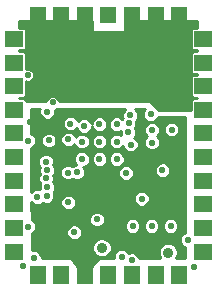
<source format=gbr>
%FSLAX46Y46*%
G04 Gerber Fmt 4.6, Leading zero omitted, Abs format (unit mm)*
G04 Created by KiCad (PCBNEW (2014-jul-16 BZR unknown)-product) date Wed 11 Feb 2015 12:50:59 PM CET*
%MOMM*%
G01*
G04 APERTURE LIST*
%ADD10C,0.150000*%
%ADD11R,1.500000X1.400000*%
%ADD12R,1.400000X1.500000*%
%ADD13R,1.400000X1.400000*%
%ADD14C,0.558800*%
%ADD15C,0.876300*%
%ADD16C,0.508000*%
%ADD17C,0.254000*%
%ADD18C,0.228600*%
G04 APERTURE END LIST*
D10*
D11*
X156184600Y-103777400D03*
X156184600Y-105777400D03*
X156184600Y-107777400D03*
X156184600Y-109777400D03*
X156184600Y-111777400D03*
X156184600Y-113777400D03*
X156184600Y-115777400D03*
X156184600Y-117777400D03*
X156184600Y-119777400D03*
X156184600Y-121777400D03*
X172180000Y-103781400D03*
X172180000Y-105781400D03*
X172180000Y-107781400D03*
X172180000Y-109781400D03*
X172180000Y-111781400D03*
X172180000Y-113781400D03*
X172180000Y-115781400D03*
X172180000Y-117781400D03*
X172180000Y-119781400D03*
X172180000Y-121781400D03*
D12*
X158181400Y-123780000D03*
X160181400Y-123780000D03*
X162181400Y-123780000D03*
X164181400Y-123780000D03*
X166181400Y-123780000D03*
X168181400Y-123780000D03*
X170181400Y-123780000D03*
D13*
X158181400Y-101780000D03*
X160181400Y-101780000D03*
X162181400Y-101780000D03*
X164181400Y-101780000D03*
X166181400Y-101780000D03*
X168181400Y-101780000D03*
X170181400Y-101780000D03*
D14*
X160770000Y-112280000D03*
X165300000Y-122220000D03*
X167000000Y-117310000D03*
X165670000Y-115120000D03*
X158950000Y-117070000D03*
X159010000Y-116340000D03*
X158910000Y-115590000D03*
X159000000Y-114880000D03*
X158890000Y-114180000D03*
X159000000Y-109940000D03*
X166020000Y-110230000D03*
X167750000Y-110150000D03*
X159470000Y-109150000D03*
X165880000Y-110920000D03*
X165870000Y-111680000D03*
X157340000Y-106840000D03*
X167870000Y-111480000D03*
X166070000Y-112720000D03*
X167860000Y-112560000D03*
X160950000Y-110950000D03*
D15*
X163620000Y-121460000D03*
D14*
X163210000Y-119050000D03*
X157860000Y-122320000D03*
X159140000Y-108440000D03*
X157380000Y-107980000D03*
X158170000Y-117150000D03*
X157360000Y-119660000D03*
X166150000Y-122510000D03*
X156920000Y-102530000D03*
X171440000Y-102500000D03*
X170900000Y-120790000D03*
X171430000Y-123050000D03*
X156940000Y-123040000D03*
X157400000Y-112390000D03*
D15*
X158950000Y-105738100D03*
X160430000Y-105740700D03*
D14*
X169260000Y-107040000D03*
X169470000Y-108580000D03*
D15*
X167040000Y-104890000D03*
D14*
X169360000Y-105340000D03*
X166230000Y-119619300D03*
X167830000Y-119619300D03*
X169440000Y-119619300D03*
X168740000Y-114890000D03*
X169530000Y-111460000D03*
X165540000Y-105760000D03*
X166380000Y-106460000D03*
X165550000Y-106450000D03*
X166380000Y-105790000D03*
D15*
X163890000Y-106450240D03*
D14*
X161400000Y-106430000D03*
X162280000Y-106440000D03*
X161931720Y-112470000D03*
X163410000Y-112470000D03*
X164888280Y-112470000D03*
X164888280Y-113948280D03*
X163410000Y-113948280D03*
X161931720Y-113948280D03*
X163410000Y-110991720D03*
X164888280Y-110991720D03*
X162110000Y-111140000D03*
D15*
X170180000Y-103770000D03*
X168180000Y-103760000D03*
X166180000Y-103770000D03*
X158180000Y-103770000D03*
X160180000Y-103770000D03*
X162190000Y-103770000D03*
X164820000Y-104900000D03*
X169240000Y-121860000D03*
D14*
X159150000Y-112370000D03*
X157500000Y-110850000D03*
X157970000Y-120610000D03*
X166950000Y-122210000D03*
X167830000Y-118120700D03*
X169440000Y-118120700D03*
X168670700Y-111580000D03*
X160760000Y-115090000D03*
X160770000Y-117610000D03*
X161520000Y-115080000D03*
X161280000Y-120140000D03*
D16*
X157500000Y-110850000D02*
X159520000Y-110850000D01*
X159930000Y-120420000D02*
X159740000Y-120610000D01*
X159930000Y-111260000D02*
X159930000Y-120420000D01*
X159520000Y-110850000D02*
X159930000Y-111260000D01*
X157970000Y-120610000D02*
X159740000Y-120610000D01*
X159740000Y-120610000D02*
X160040000Y-120610000D01*
X160040000Y-120610000D02*
X160620000Y-121190000D01*
X160620000Y-121190000D02*
X161760000Y-121190000D01*
X161760000Y-121190000D02*
X162181400Y-121611400D01*
X162181400Y-121611400D02*
X162181400Y-123780000D01*
D17*
G36*
X170682896Y-110407000D02*
X170674874Y-120168466D01*
X170526402Y-120229814D01*
X170340467Y-120415425D01*
X170239715Y-120658062D01*
X170239486Y-120920785D01*
X170339814Y-121163598D01*
X170525425Y-121349533D01*
X170673853Y-121411166D01*
X170673104Y-122323172D01*
X170190514Y-122323827D01*
X170190514Y-111329215D01*
X170090186Y-111086402D01*
X169904575Y-110900467D01*
X169661938Y-110799715D01*
X169399215Y-110799486D01*
X169156402Y-110899814D01*
X168970467Y-111085425D01*
X168869715Y-111328062D01*
X168869486Y-111590785D01*
X168969814Y-111833598D01*
X169155425Y-112019533D01*
X169398062Y-112120285D01*
X169660785Y-112120514D01*
X169903598Y-112020186D01*
X170089533Y-111834575D01*
X170190285Y-111591938D01*
X170190514Y-111329215D01*
X170190514Y-122323827D01*
X170100514Y-122323949D01*
X170100514Y-119488515D01*
X170000186Y-119245702D01*
X169814575Y-119059767D01*
X169571938Y-118959015D01*
X169400514Y-118958865D01*
X169400514Y-114759215D01*
X169300186Y-114516402D01*
X169114575Y-114330467D01*
X168871938Y-114229715D01*
X168609215Y-114229486D01*
X168530514Y-114262004D01*
X168530514Y-111349215D01*
X168430186Y-111106402D01*
X168244575Y-110920467D01*
X168001938Y-110819715D01*
X167739215Y-110819486D01*
X167496402Y-110919814D01*
X167310467Y-111105425D01*
X167209715Y-111348062D01*
X167209486Y-111610785D01*
X167309814Y-111853598D01*
X167471061Y-112015127D01*
X167300467Y-112185425D01*
X167199715Y-112428062D01*
X167199486Y-112690785D01*
X167299814Y-112933598D01*
X167485425Y-113119533D01*
X167728062Y-113220285D01*
X167990785Y-113220514D01*
X168233598Y-113120186D01*
X168419533Y-112934575D01*
X168520285Y-112691938D01*
X168520514Y-112429215D01*
X168420186Y-112186402D01*
X168258938Y-112024872D01*
X168429533Y-111854575D01*
X168530285Y-111611938D01*
X168530514Y-111349215D01*
X168530514Y-114262004D01*
X168366402Y-114329814D01*
X168180467Y-114515425D01*
X168079715Y-114758062D01*
X168079486Y-115020785D01*
X168179814Y-115263598D01*
X168365425Y-115449533D01*
X168608062Y-115550285D01*
X168870785Y-115550514D01*
X169113598Y-115450186D01*
X169299533Y-115264575D01*
X169400285Y-115021938D01*
X169400514Y-114759215D01*
X169400514Y-118958865D01*
X169309215Y-118958786D01*
X169066402Y-119059114D01*
X168880467Y-119244725D01*
X168779715Y-119487362D01*
X168779486Y-119750085D01*
X168879814Y-119992898D01*
X169065425Y-120178833D01*
X169308062Y-120279585D01*
X169570785Y-120279814D01*
X169813598Y-120179486D01*
X169999533Y-119993875D01*
X170100285Y-119751238D01*
X170100514Y-119488515D01*
X170100514Y-122323949D01*
X169934220Y-122324175D01*
X170059007Y-122023654D01*
X170059292Y-121697776D01*
X169934846Y-121396595D01*
X169704617Y-121165963D01*
X169403654Y-121040993D01*
X169077776Y-121040708D01*
X168776595Y-121165154D01*
X168545963Y-121395383D01*
X168490514Y-121528919D01*
X168490514Y-119488515D01*
X168390186Y-119245702D01*
X168204575Y-119059767D01*
X167961938Y-118959015D01*
X167699215Y-118958786D01*
X167660514Y-118974776D01*
X167660514Y-117179215D01*
X167560186Y-116936402D01*
X167374575Y-116750467D01*
X167131938Y-116649715D01*
X166869215Y-116649486D01*
X166626402Y-116749814D01*
X166440467Y-116935425D01*
X166339715Y-117178062D01*
X166339486Y-117440785D01*
X166439814Y-117683598D01*
X166625425Y-117869533D01*
X166868062Y-117970285D01*
X167130785Y-117970514D01*
X167373598Y-117870186D01*
X167559533Y-117684575D01*
X167660285Y-117441938D01*
X167660514Y-117179215D01*
X167660514Y-118974776D01*
X167456402Y-119059114D01*
X167270467Y-119244725D01*
X167169715Y-119487362D01*
X167169486Y-119750085D01*
X167269814Y-119992898D01*
X167455425Y-120178833D01*
X167698062Y-120279585D01*
X167960785Y-120279814D01*
X168203598Y-120179486D01*
X168389533Y-119993875D01*
X168490285Y-119751238D01*
X168490514Y-119488515D01*
X168490514Y-121528919D01*
X168420993Y-121696346D01*
X168420708Y-122022224D01*
X168545154Y-122323405D01*
X168547804Y-122326059D01*
X166890514Y-122328310D01*
X166890514Y-119488515D01*
X166790186Y-119245702D01*
X166604575Y-119059767D01*
X166361938Y-118959015D01*
X166330514Y-118958987D01*
X166330514Y-114989215D01*
X166230186Y-114746402D01*
X166044575Y-114560467D01*
X165801938Y-114459715D01*
X165548794Y-114459494D01*
X165548794Y-113817495D01*
X165448466Y-113574682D01*
X165262855Y-113388747D01*
X165020218Y-113287995D01*
X164757495Y-113287766D01*
X164514682Y-113388094D01*
X164328747Y-113573705D01*
X164227995Y-113816342D01*
X164227766Y-114079065D01*
X164328094Y-114321878D01*
X164513705Y-114507813D01*
X164756342Y-114608565D01*
X165019065Y-114608794D01*
X165261878Y-114508466D01*
X165447813Y-114322855D01*
X165548565Y-114080218D01*
X165548794Y-113817495D01*
X165548794Y-114459494D01*
X165539215Y-114459486D01*
X165296402Y-114559814D01*
X165110467Y-114745425D01*
X165009715Y-114988062D01*
X165009486Y-115250785D01*
X165109814Y-115493598D01*
X165295425Y-115679533D01*
X165538062Y-115780285D01*
X165800785Y-115780514D01*
X166043598Y-115680186D01*
X166229533Y-115494575D01*
X166330285Y-115251938D01*
X166330514Y-114989215D01*
X166330514Y-118958987D01*
X166099215Y-118958786D01*
X165856402Y-119059114D01*
X165670467Y-119244725D01*
X165569715Y-119487362D01*
X165569486Y-119750085D01*
X165669814Y-119992898D01*
X165855425Y-120178833D01*
X166098062Y-120279585D01*
X166360785Y-120279814D01*
X166603598Y-120179486D01*
X166789533Y-119993875D01*
X166890285Y-119751238D01*
X166890514Y-119488515D01*
X166890514Y-122328310D01*
X166789537Y-122328448D01*
X166710186Y-122136402D01*
X166524575Y-121950467D01*
X166281938Y-121849715D01*
X166019215Y-121849486D01*
X165884465Y-121905163D01*
X165860186Y-121846402D01*
X165674575Y-121660467D01*
X165431938Y-121559715D01*
X165169215Y-121559486D01*
X164926402Y-121659814D01*
X164740467Y-121845425D01*
X164639715Y-122088062D01*
X164639502Y-122331369D01*
X164439292Y-122331641D01*
X164439292Y-121297776D01*
X164314846Y-120996595D01*
X164084617Y-120765963D01*
X164070514Y-120760106D01*
X164070514Y-113817495D01*
X164070514Y-112339215D01*
X164070514Y-110860935D01*
X163970186Y-110618122D01*
X163784575Y-110432187D01*
X163541938Y-110331435D01*
X163279215Y-110331206D01*
X163036402Y-110431534D01*
X162850467Y-110617145D01*
X162749715Y-110859782D01*
X162749628Y-110958668D01*
X162670186Y-110766402D01*
X162484575Y-110580467D01*
X162241938Y-110479715D01*
X161979215Y-110479486D01*
X161736402Y-110579814D01*
X161577243Y-110738694D01*
X161510186Y-110576402D01*
X161324575Y-110390467D01*
X161081938Y-110289715D01*
X160819215Y-110289486D01*
X160576402Y-110389814D01*
X160390467Y-110575425D01*
X160289715Y-110818062D01*
X160289486Y-111080785D01*
X160389814Y-111323598D01*
X160575425Y-111509533D01*
X160818062Y-111610285D01*
X161080785Y-111610514D01*
X161323598Y-111510186D01*
X161482756Y-111351305D01*
X161549814Y-111513598D01*
X161735425Y-111699533D01*
X161978062Y-111800285D01*
X162240785Y-111800514D01*
X162483598Y-111700186D01*
X162669533Y-111514575D01*
X162770285Y-111271938D01*
X162770371Y-111173051D01*
X162849814Y-111365318D01*
X163035425Y-111551253D01*
X163278062Y-111652005D01*
X163540785Y-111652234D01*
X163783598Y-111551906D01*
X163969533Y-111366295D01*
X164070285Y-111123658D01*
X164070514Y-110860935D01*
X164070514Y-112339215D01*
X163970186Y-112096402D01*
X163784575Y-111910467D01*
X163541938Y-111809715D01*
X163279215Y-111809486D01*
X163036402Y-111909814D01*
X162850467Y-112095425D01*
X162749715Y-112338062D01*
X162749486Y-112600785D01*
X162849814Y-112843598D01*
X163035425Y-113029533D01*
X163278062Y-113130285D01*
X163540785Y-113130514D01*
X163783598Y-113030186D01*
X163969533Y-112844575D01*
X164070285Y-112601938D01*
X164070514Y-112339215D01*
X164070514Y-113817495D01*
X163970186Y-113574682D01*
X163784575Y-113388747D01*
X163541938Y-113287995D01*
X163279215Y-113287766D01*
X163036402Y-113388094D01*
X162850467Y-113573705D01*
X162749715Y-113816342D01*
X162749486Y-114079065D01*
X162849814Y-114321878D01*
X163035425Y-114507813D01*
X163278062Y-114608565D01*
X163540785Y-114608794D01*
X163783598Y-114508466D01*
X163969533Y-114322855D01*
X164070285Y-114080218D01*
X164070514Y-113817495D01*
X164070514Y-120760106D01*
X163870514Y-120677060D01*
X163870514Y-118919215D01*
X163770186Y-118676402D01*
X163584575Y-118490467D01*
X163341938Y-118389715D01*
X163079215Y-118389486D01*
X162836402Y-118489814D01*
X162650467Y-118675425D01*
X162592234Y-118815665D01*
X162592234Y-113817495D01*
X162592234Y-112339215D01*
X162491906Y-112096402D01*
X162306295Y-111910467D01*
X162063658Y-111809715D01*
X161800935Y-111809486D01*
X161558122Y-111909814D01*
X161397746Y-112069910D01*
X161330186Y-111906402D01*
X161144575Y-111720467D01*
X160901938Y-111619715D01*
X160639215Y-111619486D01*
X160396402Y-111719814D01*
X160210467Y-111905425D01*
X160109715Y-112148062D01*
X160109486Y-112410785D01*
X160209814Y-112653598D01*
X160395425Y-112839533D01*
X160638062Y-112940285D01*
X160900785Y-112940514D01*
X161143598Y-112840186D01*
X161303973Y-112680089D01*
X161371534Y-112843598D01*
X161557145Y-113029533D01*
X161799782Y-113130285D01*
X162062505Y-113130514D01*
X162305318Y-113030186D01*
X162491253Y-112844575D01*
X162592005Y-112601938D01*
X162592234Y-112339215D01*
X162592234Y-113817495D01*
X162491906Y-113574682D01*
X162306295Y-113388747D01*
X162063658Y-113287995D01*
X161800935Y-113287766D01*
X161558122Y-113388094D01*
X161372187Y-113573705D01*
X161271435Y-113816342D01*
X161271206Y-114079065D01*
X161371534Y-114321878D01*
X161469041Y-114419555D01*
X161389215Y-114419486D01*
X161146402Y-114519814D01*
X161135151Y-114531044D01*
X161134575Y-114530467D01*
X160891938Y-114429715D01*
X160629215Y-114429486D01*
X160386402Y-114529814D01*
X160200467Y-114715425D01*
X160099715Y-114958062D01*
X160099486Y-115220785D01*
X160199814Y-115463598D01*
X160385425Y-115649533D01*
X160628062Y-115750285D01*
X160890785Y-115750514D01*
X161133598Y-115650186D01*
X161144848Y-115638955D01*
X161145425Y-115639533D01*
X161388062Y-115740285D01*
X161650785Y-115740514D01*
X161893598Y-115640186D01*
X162079533Y-115454575D01*
X162180285Y-115211938D01*
X162180514Y-114949215D01*
X162080186Y-114706402D01*
X161982678Y-114608724D01*
X162062505Y-114608794D01*
X162305318Y-114508466D01*
X162491253Y-114322855D01*
X162592005Y-114080218D01*
X162592234Y-113817495D01*
X162592234Y-118815665D01*
X162549715Y-118918062D01*
X162549486Y-119180785D01*
X162649814Y-119423598D01*
X162835425Y-119609533D01*
X163078062Y-119710285D01*
X163340785Y-119710514D01*
X163583598Y-119610186D01*
X163769533Y-119424575D01*
X163870285Y-119181938D01*
X163870514Y-118919215D01*
X163870514Y-120677060D01*
X163783654Y-120640993D01*
X163457776Y-120640708D01*
X163156595Y-120765154D01*
X162925963Y-120995383D01*
X162800993Y-121296346D01*
X162800708Y-121622224D01*
X162925154Y-121923405D01*
X163155383Y-122154037D01*
X163456346Y-122279007D01*
X163782224Y-122279292D01*
X164083405Y-122154846D01*
X164314037Y-121924617D01*
X164439007Y-121623654D01*
X164439292Y-121297776D01*
X164439292Y-122331641D01*
X163380117Y-122333081D01*
X162810184Y-123023000D01*
X161940514Y-123023000D01*
X161940514Y-120009215D01*
X161840186Y-119766402D01*
X161654575Y-119580467D01*
X161430514Y-119487428D01*
X161430514Y-117479215D01*
X161330186Y-117236402D01*
X161144575Y-117050467D01*
X160901938Y-116949715D01*
X160639215Y-116949486D01*
X160396402Y-117049814D01*
X160210467Y-117235425D01*
X160109715Y-117478062D01*
X160109486Y-117740785D01*
X160209814Y-117983598D01*
X160395425Y-118169533D01*
X160638062Y-118270285D01*
X160900785Y-118270514D01*
X161143598Y-118170186D01*
X161329533Y-117984575D01*
X161430285Y-117741938D01*
X161430514Y-117479215D01*
X161430514Y-119487428D01*
X161411938Y-119479715D01*
X161149215Y-119479486D01*
X160906402Y-119579814D01*
X160720467Y-119765425D01*
X160619715Y-120008062D01*
X160619486Y-120270785D01*
X160719814Y-120513598D01*
X160905425Y-120699533D01*
X161148062Y-120800285D01*
X161410785Y-120800514D01*
X161653598Y-120700186D01*
X161839533Y-120514575D01*
X161940285Y-120271938D01*
X161940514Y-120009215D01*
X161940514Y-123023000D01*
X161551469Y-123023000D01*
X161021753Y-122353359D01*
X159810514Y-122346275D01*
X159810514Y-112239215D01*
X159710186Y-111996402D01*
X159524575Y-111810467D01*
X159281938Y-111709715D01*
X159019215Y-111709486D01*
X158776402Y-111809814D01*
X158590467Y-111995425D01*
X158489715Y-112238062D01*
X158489486Y-112500785D01*
X158589814Y-112743598D01*
X158775425Y-112929533D01*
X159018062Y-113030285D01*
X159280785Y-113030514D01*
X159523598Y-112930186D01*
X159709533Y-112744575D01*
X159810285Y-112501938D01*
X159810514Y-112239215D01*
X159810514Y-122346275D01*
X158520383Y-122338731D01*
X158520514Y-122189215D01*
X158420186Y-121946402D01*
X158234575Y-121760467D01*
X157991938Y-121659715D01*
X157729215Y-121659486D01*
X157666398Y-121685441D01*
X157665283Y-120248413D01*
X157733598Y-120220186D01*
X157919533Y-120034575D01*
X158020285Y-119791938D01*
X158020514Y-119529215D01*
X157920186Y-119286402D01*
X157734575Y-119100467D01*
X157664369Y-119071314D01*
X157663209Y-117577086D01*
X157795425Y-117709533D01*
X158038062Y-117810285D01*
X158300785Y-117810514D01*
X158543598Y-117710186D01*
X158610006Y-117643892D01*
X158818062Y-117730285D01*
X159080785Y-117730514D01*
X159323598Y-117630186D01*
X159509533Y-117444575D01*
X159610285Y-117201938D01*
X159610514Y-116939215D01*
X159532832Y-116751211D01*
X159569533Y-116714575D01*
X159670285Y-116471938D01*
X159670514Y-116209215D01*
X159570186Y-115966402D01*
X159498565Y-115894656D01*
X159570285Y-115721938D01*
X159570514Y-115459215D01*
X159507443Y-115306573D01*
X159559533Y-115254575D01*
X159660285Y-115011938D01*
X159660514Y-114749215D01*
X159560186Y-114506402D01*
X159496166Y-114442270D01*
X159550285Y-114311938D01*
X159550514Y-114049215D01*
X159450186Y-113806402D01*
X159264575Y-113620467D01*
X159021938Y-113519715D01*
X158759215Y-113519486D01*
X158516402Y-113619814D01*
X158330467Y-113805425D01*
X158229715Y-114048062D01*
X158229486Y-114310785D01*
X158329814Y-114553598D01*
X158393833Y-114617729D01*
X158339715Y-114748062D01*
X158339486Y-115010785D01*
X158402556Y-115163426D01*
X158350467Y-115215425D01*
X158249715Y-115458062D01*
X158249486Y-115720785D01*
X158349814Y-115963598D01*
X158421434Y-116035343D01*
X158349715Y-116208062D01*
X158349486Y-116470785D01*
X158368775Y-116517468D01*
X158301938Y-116489715D01*
X158039215Y-116489486D01*
X157796402Y-116589814D01*
X157662546Y-116723436D01*
X157659653Y-112997266D01*
X157773598Y-112950186D01*
X157959533Y-112764575D01*
X158060285Y-112521938D01*
X158060514Y-112259215D01*
X157960186Y-112016402D01*
X157774575Y-111830467D01*
X157658710Y-111782355D01*
X157657099Y-109706874D01*
X158382030Y-109706155D01*
X158339715Y-109808062D01*
X158339486Y-110070785D01*
X158439814Y-110313598D01*
X158625425Y-110499533D01*
X158868062Y-110600285D01*
X159130785Y-110600514D01*
X159373598Y-110500186D01*
X159559533Y-110314575D01*
X159660285Y-110071938D01*
X159660514Y-109809215D01*
X159652262Y-109789244D01*
X159843598Y-109710186D01*
X159849091Y-109704701D01*
X165617179Y-109698985D01*
X165460467Y-109855425D01*
X165359715Y-110098062D01*
X165359486Y-110360785D01*
X165402104Y-110463929D01*
X165348229Y-110517710D01*
X165262855Y-110432187D01*
X165020218Y-110331435D01*
X164757495Y-110331206D01*
X164514682Y-110431534D01*
X164328747Y-110617145D01*
X164227995Y-110859782D01*
X164227766Y-111122505D01*
X164328094Y-111365318D01*
X164513705Y-111551253D01*
X164756342Y-111652005D01*
X165019065Y-111652234D01*
X165209692Y-111573468D01*
X165209486Y-111810785D01*
X165248150Y-111904361D01*
X165020218Y-111809715D01*
X164757495Y-111809486D01*
X164514682Y-111909814D01*
X164328747Y-112095425D01*
X164227995Y-112338062D01*
X164227766Y-112600785D01*
X164328094Y-112843598D01*
X164513705Y-113029533D01*
X164756342Y-113130285D01*
X165019065Y-113130514D01*
X165261878Y-113030186D01*
X165418861Y-112873475D01*
X165509814Y-113093598D01*
X165695425Y-113279533D01*
X165938062Y-113380285D01*
X166200785Y-113380514D01*
X166443598Y-113280186D01*
X166629533Y-113094575D01*
X166730285Y-112851938D01*
X166730514Y-112589215D01*
X166630186Y-112346402D01*
X166444575Y-112160467D01*
X166359036Y-112124948D01*
X166429533Y-112054575D01*
X166530285Y-111811938D01*
X166530514Y-111549215D01*
X166430186Y-111306402D01*
X166428937Y-111305151D01*
X166439533Y-111294575D01*
X166540285Y-111051938D01*
X166540514Y-110789215D01*
X166497895Y-110686070D01*
X166579533Y-110604575D01*
X166680285Y-110361938D01*
X166680514Y-110099215D01*
X166580186Y-109856402D01*
X166422247Y-109698187D01*
X167268679Y-109697348D01*
X167190467Y-109775425D01*
X167089715Y-110018062D01*
X167089486Y-110280785D01*
X167189814Y-110523598D01*
X167375425Y-110709533D01*
X167618062Y-110810285D01*
X167880785Y-110810514D01*
X168123598Y-110710186D01*
X168309533Y-110524575D01*
X168358354Y-110407000D01*
X170682896Y-110407000D01*
X170682896Y-110407000D01*
G37*
X170682896Y-110407000D02*
X170674874Y-120168466D01*
X170526402Y-120229814D01*
X170340467Y-120415425D01*
X170239715Y-120658062D01*
X170239486Y-120920785D01*
X170339814Y-121163598D01*
X170525425Y-121349533D01*
X170673853Y-121411166D01*
X170673104Y-122323172D01*
X170190514Y-122323827D01*
X170190514Y-111329215D01*
X170090186Y-111086402D01*
X169904575Y-110900467D01*
X169661938Y-110799715D01*
X169399215Y-110799486D01*
X169156402Y-110899814D01*
X168970467Y-111085425D01*
X168869715Y-111328062D01*
X168869486Y-111590785D01*
X168969814Y-111833598D01*
X169155425Y-112019533D01*
X169398062Y-112120285D01*
X169660785Y-112120514D01*
X169903598Y-112020186D01*
X170089533Y-111834575D01*
X170190285Y-111591938D01*
X170190514Y-111329215D01*
X170190514Y-122323827D01*
X170100514Y-122323949D01*
X170100514Y-119488515D01*
X170000186Y-119245702D01*
X169814575Y-119059767D01*
X169571938Y-118959015D01*
X169400514Y-118958865D01*
X169400514Y-114759215D01*
X169300186Y-114516402D01*
X169114575Y-114330467D01*
X168871938Y-114229715D01*
X168609215Y-114229486D01*
X168530514Y-114262004D01*
X168530514Y-111349215D01*
X168430186Y-111106402D01*
X168244575Y-110920467D01*
X168001938Y-110819715D01*
X167739215Y-110819486D01*
X167496402Y-110919814D01*
X167310467Y-111105425D01*
X167209715Y-111348062D01*
X167209486Y-111610785D01*
X167309814Y-111853598D01*
X167471061Y-112015127D01*
X167300467Y-112185425D01*
X167199715Y-112428062D01*
X167199486Y-112690785D01*
X167299814Y-112933598D01*
X167485425Y-113119533D01*
X167728062Y-113220285D01*
X167990785Y-113220514D01*
X168233598Y-113120186D01*
X168419533Y-112934575D01*
X168520285Y-112691938D01*
X168520514Y-112429215D01*
X168420186Y-112186402D01*
X168258938Y-112024872D01*
X168429533Y-111854575D01*
X168530285Y-111611938D01*
X168530514Y-111349215D01*
X168530514Y-114262004D01*
X168366402Y-114329814D01*
X168180467Y-114515425D01*
X168079715Y-114758062D01*
X168079486Y-115020785D01*
X168179814Y-115263598D01*
X168365425Y-115449533D01*
X168608062Y-115550285D01*
X168870785Y-115550514D01*
X169113598Y-115450186D01*
X169299533Y-115264575D01*
X169400285Y-115021938D01*
X169400514Y-114759215D01*
X169400514Y-118958865D01*
X169309215Y-118958786D01*
X169066402Y-119059114D01*
X168880467Y-119244725D01*
X168779715Y-119487362D01*
X168779486Y-119750085D01*
X168879814Y-119992898D01*
X169065425Y-120178833D01*
X169308062Y-120279585D01*
X169570785Y-120279814D01*
X169813598Y-120179486D01*
X169999533Y-119993875D01*
X170100285Y-119751238D01*
X170100514Y-119488515D01*
X170100514Y-122323949D01*
X169934220Y-122324175D01*
X170059007Y-122023654D01*
X170059292Y-121697776D01*
X169934846Y-121396595D01*
X169704617Y-121165963D01*
X169403654Y-121040993D01*
X169077776Y-121040708D01*
X168776595Y-121165154D01*
X168545963Y-121395383D01*
X168490514Y-121528919D01*
X168490514Y-119488515D01*
X168390186Y-119245702D01*
X168204575Y-119059767D01*
X167961938Y-118959015D01*
X167699215Y-118958786D01*
X167660514Y-118974776D01*
X167660514Y-117179215D01*
X167560186Y-116936402D01*
X167374575Y-116750467D01*
X167131938Y-116649715D01*
X166869215Y-116649486D01*
X166626402Y-116749814D01*
X166440467Y-116935425D01*
X166339715Y-117178062D01*
X166339486Y-117440785D01*
X166439814Y-117683598D01*
X166625425Y-117869533D01*
X166868062Y-117970285D01*
X167130785Y-117970514D01*
X167373598Y-117870186D01*
X167559533Y-117684575D01*
X167660285Y-117441938D01*
X167660514Y-117179215D01*
X167660514Y-118974776D01*
X167456402Y-119059114D01*
X167270467Y-119244725D01*
X167169715Y-119487362D01*
X167169486Y-119750085D01*
X167269814Y-119992898D01*
X167455425Y-120178833D01*
X167698062Y-120279585D01*
X167960785Y-120279814D01*
X168203598Y-120179486D01*
X168389533Y-119993875D01*
X168490285Y-119751238D01*
X168490514Y-119488515D01*
X168490514Y-121528919D01*
X168420993Y-121696346D01*
X168420708Y-122022224D01*
X168545154Y-122323405D01*
X168547804Y-122326059D01*
X166890514Y-122328310D01*
X166890514Y-119488515D01*
X166790186Y-119245702D01*
X166604575Y-119059767D01*
X166361938Y-118959015D01*
X166330514Y-118958987D01*
X166330514Y-114989215D01*
X166230186Y-114746402D01*
X166044575Y-114560467D01*
X165801938Y-114459715D01*
X165548794Y-114459494D01*
X165548794Y-113817495D01*
X165448466Y-113574682D01*
X165262855Y-113388747D01*
X165020218Y-113287995D01*
X164757495Y-113287766D01*
X164514682Y-113388094D01*
X164328747Y-113573705D01*
X164227995Y-113816342D01*
X164227766Y-114079065D01*
X164328094Y-114321878D01*
X164513705Y-114507813D01*
X164756342Y-114608565D01*
X165019065Y-114608794D01*
X165261878Y-114508466D01*
X165447813Y-114322855D01*
X165548565Y-114080218D01*
X165548794Y-113817495D01*
X165548794Y-114459494D01*
X165539215Y-114459486D01*
X165296402Y-114559814D01*
X165110467Y-114745425D01*
X165009715Y-114988062D01*
X165009486Y-115250785D01*
X165109814Y-115493598D01*
X165295425Y-115679533D01*
X165538062Y-115780285D01*
X165800785Y-115780514D01*
X166043598Y-115680186D01*
X166229533Y-115494575D01*
X166330285Y-115251938D01*
X166330514Y-114989215D01*
X166330514Y-118958987D01*
X166099215Y-118958786D01*
X165856402Y-119059114D01*
X165670467Y-119244725D01*
X165569715Y-119487362D01*
X165569486Y-119750085D01*
X165669814Y-119992898D01*
X165855425Y-120178833D01*
X166098062Y-120279585D01*
X166360785Y-120279814D01*
X166603598Y-120179486D01*
X166789533Y-119993875D01*
X166890285Y-119751238D01*
X166890514Y-119488515D01*
X166890514Y-122328310D01*
X166789537Y-122328448D01*
X166710186Y-122136402D01*
X166524575Y-121950467D01*
X166281938Y-121849715D01*
X166019215Y-121849486D01*
X165884465Y-121905163D01*
X165860186Y-121846402D01*
X165674575Y-121660467D01*
X165431938Y-121559715D01*
X165169215Y-121559486D01*
X164926402Y-121659814D01*
X164740467Y-121845425D01*
X164639715Y-122088062D01*
X164639502Y-122331369D01*
X164439292Y-122331641D01*
X164439292Y-121297776D01*
X164314846Y-120996595D01*
X164084617Y-120765963D01*
X164070514Y-120760106D01*
X164070514Y-113817495D01*
X164070514Y-112339215D01*
X164070514Y-110860935D01*
X163970186Y-110618122D01*
X163784575Y-110432187D01*
X163541938Y-110331435D01*
X163279215Y-110331206D01*
X163036402Y-110431534D01*
X162850467Y-110617145D01*
X162749715Y-110859782D01*
X162749628Y-110958668D01*
X162670186Y-110766402D01*
X162484575Y-110580467D01*
X162241938Y-110479715D01*
X161979215Y-110479486D01*
X161736402Y-110579814D01*
X161577243Y-110738694D01*
X161510186Y-110576402D01*
X161324575Y-110390467D01*
X161081938Y-110289715D01*
X160819215Y-110289486D01*
X160576402Y-110389814D01*
X160390467Y-110575425D01*
X160289715Y-110818062D01*
X160289486Y-111080785D01*
X160389814Y-111323598D01*
X160575425Y-111509533D01*
X160818062Y-111610285D01*
X161080785Y-111610514D01*
X161323598Y-111510186D01*
X161482756Y-111351305D01*
X161549814Y-111513598D01*
X161735425Y-111699533D01*
X161978062Y-111800285D01*
X162240785Y-111800514D01*
X162483598Y-111700186D01*
X162669533Y-111514575D01*
X162770285Y-111271938D01*
X162770371Y-111173051D01*
X162849814Y-111365318D01*
X163035425Y-111551253D01*
X163278062Y-111652005D01*
X163540785Y-111652234D01*
X163783598Y-111551906D01*
X163969533Y-111366295D01*
X164070285Y-111123658D01*
X164070514Y-110860935D01*
X164070514Y-112339215D01*
X163970186Y-112096402D01*
X163784575Y-111910467D01*
X163541938Y-111809715D01*
X163279215Y-111809486D01*
X163036402Y-111909814D01*
X162850467Y-112095425D01*
X162749715Y-112338062D01*
X162749486Y-112600785D01*
X162849814Y-112843598D01*
X163035425Y-113029533D01*
X163278062Y-113130285D01*
X163540785Y-113130514D01*
X163783598Y-113030186D01*
X163969533Y-112844575D01*
X164070285Y-112601938D01*
X164070514Y-112339215D01*
X164070514Y-113817495D01*
X163970186Y-113574682D01*
X163784575Y-113388747D01*
X163541938Y-113287995D01*
X163279215Y-113287766D01*
X163036402Y-113388094D01*
X162850467Y-113573705D01*
X162749715Y-113816342D01*
X162749486Y-114079065D01*
X162849814Y-114321878D01*
X163035425Y-114507813D01*
X163278062Y-114608565D01*
X163540785Y-114608794D01*
X163783598Y-114508466D01*
X163969533Y-114322855D01*
X164070285Y-114080218D01*
X164070514Y-113817495D01*
X164070514Y-120760106D01*
X163870514Y-120677060D01*
X163870514Y-118919215D01*
X163770186Y-118676402D01*
X163584575Y-118490467D01*
X163341938Y-118389715D01*
X163079215Y-118389486D01*
X162836402Y-118489814D01*
X162650467Y-118675425D01*
X162592234Y-118815665D01*
X162592234Y-113817495D01*
X162592234Y-112339215D01*
X162491906Y-112096402D01*
X162306295Y-111910467D01*
X162063658Y-111809715D01*
X161800935Y-111809486D01*
X161558122Y-111909814D01*
X161397746Y-112069910D01*
X161330186Y-111906402D01*
X161144575Y-111720467D01*
X160901938Y-111619715D01*
X160639215Y-111619486D01*
X160396402Y-111719814D01*
X160210467Y-111905425D01*
X160109715Y-112148062D01*
X160109486Y-112410785D01*
X160209814Y-112653598D01*
X160395425Y-112839533D01*
X160638062Y-112940285D01*
X160900785Y-112940514D01*
X161143598Y-112840186D01*
X161303973Y-112680089D01*
X161371534Y-112843598D01*
X161557145Y-113029533D01*
X161799782Y-113130285D01*
X162062505Y-113130514D01*
X162305318Y-113030186D01*
X162491253Y-112844575D01*
X162592005Y-112601938D01*
X162592234Y-112339215D01*
X162592234Y-113817495D01*
X162491906Y-113574682D01*
X162306295Y-113388747D01*
X162063658Y-113287995D01*
X161800935Y-113287766D01*
X161558122Y-113388094D01*
X161372187Y-113573705D01*
X161271435Y-113816342D01*
X161271206Y-114079065D01*
X161371534Y-114321878D01*
X161469041Y-114419555D01*
X161389215Y-114419486D01*
X161146402Y-114519814D01*
X161135151Y-114531044D01*
X161134575Y-114530467D01*
X160891938Y-114429715D01*
X160629215Y-114429486D01*
X160386402Y-114529814D01*
X160200467Y-114715425D01*
X160099715Y-114958062D01*
X160099486Y-115220785D01*
X160199814Y-115463598D01*
X160385425Y-115649533D01*
X160628062Y-115750285D01*
X160890785Y-115750514D01*
X161133598Y-115650186D01*
X161144848Y-115638955D01*
X161145425Y-115639533D01*
X161388062Y-115740285D01*
X161650785Y-115740514D01*
X161893598Y-115640186D01*
X162079533Y-115454575D01*
X162180285Y-115211938D01*
X162180514Y-114949215D01*
X162080186Y-114706402D01*
X161982678Y-114608724D01*
X162062505Y-114608794D01*
X162305318Y-114508466D01*
X162491253Y-114322855D01*
X162592005Y-114080218D01*
X162592234Y-113817495D01*
X162592234Y-118815665D01*
X162549715Y-118918062D01*
X162549486Y-119180785D01*
X162649814Y-119423598D01*
X162835425Y-119609533D01*
X163078062Y-119710285D01*
X163340785Y-119710514D01*
X163583598Y-119610186D01*
X163769533Y-119424575D01*
X163870285Y-119181938D01*
X163870514Y-118919215D01*
X163870514Y-120677060D01*
X163783654Y-120640993D01*
X163457776Y-120640708D01*
X163156595Y-120765154D01*
X162925963Y-120995383D01*
X162800993Y-121296346D01*
X162800708Y-121622224D01*
X162925154Y-121923405D01*
X163155383Y-122154037D01*
X163456346Y-122279007D01*
X163782224Y-122279292D01*
X164083405Y-122154846D01*
X164314037Y-121924617D01*
X164439007Y-121623654D01*
X164439292Y-121297776D01*
X164439292Y-122331641D01*
X163380117Y-122333081D01*
X162810184Y-123023000D01*
X161940514Y-123023000D01*
X161940514Y-120009215D01*
X161840186Y-119766402D01*
X161654575Y-119580467D01*
X161430514Y-119487428D01*
X161430514Y-117479215D01*
X161330186Y-117236402D01*
X161144575Y-117050467D01*
X160901938Y-116949715D01*
X160639215Y-116949486D01*
X160396402Y-117049814D01*
X160210467Y-117235425D01*
X160109715Y-117478062D01*
X160109486Y-117740785D01*
X160209814Y-117983598D01*
X160395425Y-118169533D01*
X160638062Y-118270285D01*
X160900785Y-118270514D01*
X161143598Y-118170186D01*
X161329533Y-117984575D01*
X161430285Y-117741938D01*
X161430514Y-117479215D01*
X161430514Y-119487428D01*
X161411938Y-119479715D01*
X161149215Y-119479486D01*
X160906402Y-119579814D01*
X160720467Y-119765425D01*
X160619715Y-120008062D01*
X160619486Y-120270785D01*
X160719814Y-120513598D01*
X160905425Y-120699533D01*
X161148062Y-120800285D01*
X161410785Y-120800514D01*
X161653598Y-120700186D01*
X161839533Y-120514575D01*
X161940285Y-120271938D01*
X161940514Y-120009215D01*
X161940514Y-123023000D01*
X161551469Y-123023000D01*
X161021753Y-122353359D01*
X159810514Y-122346275D01*
X159810514Y-112239215D01*
X159710186Y-111996402D01*
X159524575Y-111810467D01*
X159281938Y-111709715D01*
X159019215Y-111709486D01*
X158776402Y-111809814D01*
X158590467Y-111995425D01*
X158489715Y-112238062D01*
X158489486Y-112500785D01*
X158589814Y-112743598D01*
X158775425Y-112929533D01*
X159018062Y-113030285D01*
X159280785Y-113030514D01*
X159523598Y-112930186D01*
X159709533Y-112744575D01*
X159810285Y-112501938D01*
X159810514Y-112239215D01*
X159810514Y-122346275D01*
X158520383Y-122338731D01*
X158520514Y-122189215D01*
X158420186Y-121946402D01*
X158234575Y-121760467D01*
X157991938Y-121659715D01*
X157729215Y-121659486D01*
X157666398Y-121685441D01*
X157665283Y-120248413D01*
X157733598Y-120220186D01*
X157919533Y-120034575D01*
X158020285Y-119791938D01*
X158020514Y-119529215D01*
X157920186Y-119286402D01*
X157734575Y-119100467D01*
X157664369Y-119071314D01*
X157663209Y-117577086D01*
X157795425Y-117709533D01*
X158038062Y-117810285D01*
X158300785Y-117810514D01*
X158543598Y-117710186D01*
X158610006Y-117643892D01*
X158818062Y-117730285D01*
X159080785Y-117730514D01*
X159323598Y-117630186D01*
X159509533Y-117444575D01*
X159610285Y-117201938D01*
X159610514Y-116939215D01*
X159532832Y-116751211D01*
X159569533Y-116714575D01*
X159670285Y-116471938D01*
X159670514Y-116209215D01*
X159570186Y-115966402D01*
X159498565Y-115894656D01*
X159570285Y-115721938D01*
X159570514Y-115459215D01*
X159507443Y-115306573D01*
X159559533Y-115254575D01*
X159660285Y-115011938D01*
X159660514Y-114749215D01*
X159560186Y-114506402D01*
X159496166Y-114442270D01*
X159550285Y-114311938D01*
X159550514Y-114049215D01*
X159450186Y-113806402D01*
X159264575Y-113620467D01*
X159021938Y-113519715D01*
X158759215Y-113519486D01*
X158516402Y-113619814D01*
X158330467Y-113805425D01*
X158229715Y-114048062D01*
X158229486Y-114310785D01*
X158329814Y-114553598D01*
X158393833Y-114617729D01*
X158339715Y-114748062D01*
X158339486Y-115010785D01*
X158402556Y-115163426D01*
X158350467Y-115215425D01*
X158249715Y-115458062D01*
X158249486Y-115720785D01*
X158349814Y-115963598D01*
X158421434Y-116035343D01*
X158349715Y-116208062D01*
X158349486Y-116470785D01*
X158368775Y-116517468D01*
X158301938Y-116489715D01*
X158039215Y-116489486D01*
X157796402Y-116589814D01*
X157662546Y-116723436D01*
X157659653Y-112997266D01*
X157773598Y-112950186D01*
X157959533Y-112764575D01*
X158060285Y-112521938D01*
X158060514Y-112259215D01*
X157960186Y-112016402D01*
X157774575Y-111830467D01*
X157658710Y-111782355D01*
X157657099Y-109706874D01*
X158382030Y-109706155D01*
X158339715Y-109808062D01*
X158339486Y-110070785D01*
X158439814Y-110313598D01*
X158625425Y-110499533D01*
X158868062Y-110600285D01*
X159130785Y-110600514D01*
X159373598Y-110500186D01*
X159559533Y-110314575D01*
X159660285Y-110071938D01*
X159660514Y-109809215D01*
X159652262Y-109789244D01*
X159843598Y-109710186D01*
X159849091Y-109704701D01*
X165617179Y-109698985D01*
X165460467Y-109855425D01*
X165359715Y-110098062D01*
X165359486Y-110360785D01*
X165402104Y-110463929D01*
X165348229Y-110517710D01*
X165262855Y-110432187D01*
X165020218Y-110331435D01*
X164757495Y-110331206D01*
X164514682Y-110431534D01*
X164328747Y-110617145D01*
X164227995Y-110859782D01*
X164227766Y-111122505D01*
X164328094Y-111365318D01*
X164513705Y-111551253D01*
X164756342Y-111652005D01*
X165019065Y-111652234D01*
X165209692Y-111573468D01*
X165209486Y-111810785D01*
X165248150Y-111904361D01*
X165020218Y-111809715D01*
X164757495Y-111809486D01*
X164514682Y-111909814D01*
X164328747Y-112095425D01*
X164227995Y-112338062D01*
X164227766Y-112600785D01*
X164328094Y-112843598D01*
X164513705Y-113029533D01*
X164756342Y-113130285D01*
X165019065Y-113130514D01*
X165261878Y-113030186D01*
X165418861Y-112873475D01*
X165509814Y-113093598D01*
X165695425Y-113279533D01*
X165938062Y-113380285D01*
X166200785Y-113380514D01*
X166443598Y-113280186D01*
X166629533Y-113094575D01*
X166730285Y-112851938D01*
X166730514Y-112589215D01*
X166630186Y-112346402D01*
X166444575Y-112160467D01*
X166359036Y-112124948D01*
X166429533Y-112054575D01*
X166530285Y-111811938D01*
X166530514Y-111549215D01*
X166430186Y-111306402D01*
X166428937Y-111305151D01*
X166439533Y-111294575D01*
X166540285Y-111051938D01*
X166540514Y-110789215D01*
X166497895Y-110686070D01*
X166579533Y-110604575D01*
X166680285Y-110361938D01*
X166680514Y-110099215D01*
X166580186Y-109856402D01*
X166422247Y-109698187D01*
X167268679Y-109697348D01*
X167190467Y-109775425D01*
X167089715Y-110018062D01*
X167089486Y-110280785D01*
X167189814Y-110523598D01*
X167375425Y-110709533D01*
X167618062Y-110810285D01*
X167880785Y-110810514D01*
X168123598Y-110710186D01*
X168309533Y-110524575D01*
X168358354Y-110407000D01*
X170682896Y-110407000D01*
D18*
G36*
X171712800Y-108814700D02*
X171376950Y-108814700D01*
X171278927Y-108855303D01*
X171203903Y-108930327D01*
X171163300Y-109028350D01*
X171163300Y-109134450D01*
X171163300Y-109755700D01*
X168417345Y-109755700D01*
X167707345Y-109045700D01*
X160016191Y-109045700D01*
X160016195Y-109041851D01*
X159933231Y-108841063D01*
X159779745Y-108687309D01*
X159579103Y-108603995D01*
X159361851Y-108603805D01*
X159161063Y-108686769D01*
X159007309Y-108840255D01*
X158923995Y-109040897D01*
X158923990Y-109045700D01*
X157201300Y-109045700D01*
X157201300Y-109024350D01*
X157160697Y-108926327D01*
X157085673Y-108851303D01*
X156987650Y-108810700D01*
X156881550Y-108810700D01*
X156627200Y-108810700D01*
X156627200Y-108744100D01*
X156987650Y-108744100D01*
X157085673Y-108703497D01*
X157160697Y-108628473D01*
X157201300Y-108530450D01*
X157201300Y-108424350D01*
X157201300Y-107373715D01*
X157230897Y-107386005D01*
X157448149Y-107386195D01*
X157648937Y-107303231D01*
X157802691Y-107149745D01*
X157886005Y-106949103D01*
X157886195Y-106731851D01*
X157803231Y-106531063D01*
X157649745Y-106377309D01*
X157449103Y-106293995D01*
X157231851Y-106293805D01*
X157201300Y-106306428D01*
X157201300Y-105024350D01*
X157160697Y-104926327D01*
X157085673Y-104851303D01*
X156987650Y-104810700D01*
X156881550Y-104810700D01*
X156627200Y-104810700D01*
X156627200Y-104744100D01*
X156987650Y-104744100D01*
X157085673Y-104703497D01*
X157160697Y-104628473D01*
X157201300Y-104530450D01*
X157201300Y-104424350D01*
X157201300Y-103024350D01*
X157160697Y-102926327D01*
X157085673Y-102851303D01*
X156987650Y-102810700D01*
X156881550Y-102810700D01*
X156627200Y-102810700D01*
X156627200Y-102237200D01*
X162772619Y-102237200D01*
X162787472Y-103195179D01*
X165584300Y-103173414D01*
X165584300Y-102237200D01*
X171712800Y-102237200D01*
X171712800Y-102814700D01*
X171376950Y-102814700D01*
X171278927Y-102855303D01*
X171203903Y-102930327D01*
X171163300Y-103028350D01*
X171163300Y-103134450D01*
X171163300Y-104534450D01*
X171203903Y-104632473D01*
X171278927Y-104707497D01*
X171376950Y-104748100D01*
X171483050Y-104748100D01*
X171712800Y-104748100D01*
X171712800Y-104814700D01*
X171376950Y-104814700D01*
X171278927Y-104855303D01*
X171203903Y-104930327D01*
X171163300Y-105028350D01*
X171163300Y-105134450D01*
X171163300Y-106534450D01*
X171203903Y-106632473D01*
X171278927Y-106707497D01*
X171376950Y-106748100D01*
X171483050Y-106748100D01*
X171712800Y-106748100D01*
X171712800Y-106814700D01*
X171376950Y-106814700D01*
X171278927Y-106855303D01*
X171203903Y-106930327D01*
X171163300Y-107028350D01*
X171163300Y-107134450D01*
X171163300Y-108534450D01*
X171203903Y-108632473D01*
X171278927Y-108707497D01*
X171376950Y-108748100D01*
X171483050Y-108748100D01*
X171712800Y-108748100D01*
X171712800Y-108814700D01*
X171712800Y-108814700D01*
G37*
X171712800Y-108814700D02*
X171376950Y-108814700D01*
X171278927Y-108855303D01*
X171203903Y-108930327D01*
X171163300Y-109028350D01*
X171163300Y-109134450D01*
X171163300Y-109755700D01*
X168417345Y-109755700D01*
X167707345Y-109045700D01*
X160016191Y-109045700D01*
X160016195Y-109041851D01*
X159933231Y-108841063D01*
X159779745Y-108687309D01*
X159579103Y-108603995D01*
X159361851Y-108603805D01*
X159161063Y-108686769D01*
X159007309Y-108840255D01*
X158923995Y-109040897D01*
X158923990Y-109045700D01*
X157201300Y-109045700D01*
X157201300Y-109024350D01*
X157160697Y-108926327D01*
X157085673Y-108851303D01*
X156987650Y-108810700D01*
X156881550Y-108810700D01*
X156627200Y-108810700D01*
X156627200Y-108744100D01*
X156987650Y-108744100D01*
X157085673Y-108703497D01*
X157160697Y-108628473D01*
X157201300Y-108530450D01*
X157201300Y-108424350D01*
X157201300Y-107373715D01*
X157230897Y-107386005D01*
X157448149Y-107386195D01*
X157648937Y-107303231D01*
X157802691Y-107149745D01*
X157886005Y-106949103D01*
X157886195Y-106731851D01*
X157803231Y-106531063D01*
X157649745Y-106377309D01*
X157449103Y-106293995D01*
X157231851Y-106293805D01*
X157201300Y-106306428D01*
X157201300Y-105024350D01*
X157160697Y-104926327D01*
X157085673Y-104851303D01*
X156987650Y-104810700D01*
X156881550Y-104810700D01*
X156627200Y-104810700D01*
X156627200Y-104744100D01*
X156987650Y-104744100D01*
X157085673Y-104703497D01*
X157160697Y-104628473D01*
X157201300Y-104530450D01*
X157201300Y-104424350D01*
X157201300Y-103024350D01*
X157160697Y-102926327D01*
X157085673Y-102851303D01*
X156987650Y-102810700D01*
X156881550Y-102810700D01*
X156627200Y-102810700D01*
X156627200Y-102237200D01*
X162772619Y-102237200D01*
X162787472Y-103195179D01*
X165584300Y-103173414D01*
X165584300Y-102237200D01*
X171712800Y-102237200D01*
X171712800Y-102814700D01*
X171376950Y-102814700D01*
X171278927Y-102855303D01*
X171203903Y-102930327D01*
X171163300Y-103028350D01*
X171163300Y-103134450D01*
X171163300Y-104534450D01*
X171203903Y-104632473D01*
X171278927Y-104707497D01*
X171376950Y-104748100D01*
X171483050Y-104748100D01*
X171712800Y-104748100D01*
X171712800Y-104814700D01*
X171376950Y-104814700D01*
X171278927Y-104855303D01*
X171203903Y-104930327D01*
X171163300Y-105028350D01*
X171163300Y-105134450D01*
X171163300Y-106534450D01*
X171203903Y-106632473D01*
X171278927Y-106707497D01*
X171376950Y-106748100D01*
X171483050Y-106748100D01*
X171712800Y-106748100D01*
X171712800Y-106814700D01*
X171376950Y-106814700D01*
X171278927Y-106855303D01*
X171203903Y-106930327D01*
X171163300Y-107028350D01*
X171163300Y-107134450D01*
X171163300Y-108534450D01*
X171203903Y-108632473D01*
X171278927Y-108707497D01*
X171376950Y-108748100D01*
X171483050Y-108748100D01*
X171712800Y-108748100D01*
X171712800Y-108814700D01*
M02*

</source>
